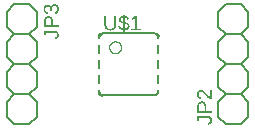
<source format=gbr>
G04 EAGLE Gerber RS-274X export*
G75*
%MOMM*%
%FSLAX34Y34*%
%LPD*%
%INSilkscreen Top*%
%IPPOS*%
%AMOC8*
5,1,8,0,0,1.08239X$1,22.5*%
G01*
G04 Define Apertures*
%ADD10C,0.152400*%
%ADD11C,0.015238*%
%ADD12C,0.050800*%
G36*
X220712Y108878D02*
X208371Y108878D01*
X208371Y114072D01*
X208386Y114576D01*
X208432Y115051D01*
X208508Y115497D01*
X208614Y115913D01*
X208751Y116301D01*
X208918Y116659D01*
X209116Y116987D01*
X209343Y117286D01*
X209599Y117553D01*
X209879Y117785D01*
X210185Y117980D01*
X210515Y118140D01*
X210870Y118265D01*
X211250Y118354D01*
X211655Y118407D01*
X212085Y118425D01*
X212512Y118407D01*
X212916Y118354D01*
X213298Y118264D01*
X213657Y118139D01*
X213994Y117979D01*
X214308Y117782D01*
X214600Y117550D01*
X214870Y117282D01*
X215112Y116983D01*
X215322Y116659D01*
X215500Y116310D01*
X215645Y115934D01*
X215758Y115533D01*
X215839Y115107D01*
X215887Y114655D01*
X215904Y114177D01*
X215904Y110551D01*
X220712Y110551D01*
X220712Y108878D01*
G37*
%LPC*%
G36*
X214581Y110551D02*
X214581Y113941D01*
X214571Y114280D01*
X214542Y114598D01*
X214494Y114893D01*
X214426Y115167D01*
X214339Y115419D01*
X214232Y115649D01*
X214107Y115857D01*
X213961Y116043D01*
X213797Y116207D01*
X213613Y116349D01*
X213409Y116470D01*
X213187Y116568D01*
X212945Y116645D01*
X212683Y116700D01*
X212403Y116732D01*
X212102Y116743D01*
X211813Y116732D01*
X211542Y116698D01*
X211290Y116642D01*
X211056Y116564D01*
X210841Y116463D01*
X210645Y116339D01*
X210468Y116193D01*
X210309Y116025D01*
X210169Y115834D01*
X210048Y115621D01*
X209945Y115386D01*
X209861Y115127D01*
X209795Y114847D01*
X209749Y114544D01*
X209721Y114218D01*
X209711Y113871D01*
X209711Y110551D01*
X214581Y110551D01*
G37*
%LPD*%
G36*
X220712Y120246D02*
X219600Y120246D01*
X219102Y120482D01*
X218635Y120742D01*
X218198Y121027D01*
X217791Y121337D01*
X217408Y121663D01*
X217044Y121997D01*
X216699Y122339D01*
X216372Y122690D01*
X215760Y123396D01*
X215194Y124096D01*
X214651Y124758D01*
X214108Y125353D01*
X213833Y125619D01*
X213552Y125860D01*
X213264Y126073D01*
X212969Y126259D01*
X212662Y126410D01*
X212334Y126519D01*
X211987Y126583D01*
X211621Y126605D01*
X211374Y126596D01*
X211141Y126568D01*
X210923Y126521D01*
X210719Y126456D01*
X210529Y126372D01*
X210353Y126270D01*
X210191Y126149D01*
X210044Y126010D01*
X209913Y125853D01*
X209799Y125683D01*
X209703Y125498D01*
X209624Y125298D01*
X209562Y125084D01*
X209519Y124855D01*
X209492Y124612D01*
X209484Y124354D01*
X209492Y124108D01*
X209518Y123873D01*
X209561Y123649D01*
X209620Y123436D01*
X209697Y123234D01*
X209791Y123043D01*
X209903Y122863D01*
X210031Y122694D01*
X210175Y122540D01*
X210332Y122402D01*
X210504Y122281D01*
X210689Y122177D01*
X210888Y122089D01*
X211101Y122019D01*
X211328Y121965D01*
X211568Y121928D01*
X211419Y120316D01*
X211059Y120374D01*
X210717Y120461D01*
X210394Y120575D01*
X210090Y120718D01*
X209805Y120890D01*
X209539Y121089D01*
X209292Y121317D01*
X209063Y121573D01*
X208858Y121853D01*
X208680Y122153D01*
X208529Y122471D01*
X208406Y122809D01*
X208310Y123167D01*
X208242Y123543D01*
X208201Y123939D01*
X208187Y124354D01*
X208201Y124807D01*
X208242Y125233D01*
X208311Y125632D01*
X208407Y126004D01*
X208531Y126349D01*
X208682Y126667D01*
X208861Y126958D01*
X209068Y127223D01*
X209299Y127458D01*
X209554Y127661D01*
X209832Y127834D01*
X210133Y127975D01*
X210457Y128084D01*
X210804Y128163D01*
X211175Y128210D01*
X211568Y128225D01*
X211927Y128205D01*
X212284Y128143D01*
X212640Y128041D01*
X212996Y127897D01*
X213350Y127713D01*
X213705Y127489D01*
X214060Y127224D01*
X214415Y126920D01*
X214818Y126522D01*
X215319Y125977D01*
X215917Y125283D01*
X216613Y124442D01*
X217015Y123964D01*
X217396Y123537D01*
X217757Y123162D01*
X218098Y122839D01*
X218425Y122562D01*
X218747Y122327D01*
X219062Y122133D01*
X219372Y121981D01*
X219372Y128418D01*
X220712Y128418D01*
X220712Y120246D01*
G37*
G36*
X217647Y98718D02*
X217375Y100356D01*
X217622Y100402D01*
X217855Y100460D01*
X218074Y100530D01*
X218279Y100612D01*
X218471Y100707D01*
X218648Y100814D01*
X218811Y100934D01*
X218960Y101066D01*
X219094Y101208D01*
X219209Y101359D01*
X219307Y101519D01*
X219387Y101687D01*
X219450Y101865D01*
X219494Y102051D01*
X219521Y102246D01*
X219530Y102449D01*
X219520Y102671D01*
X219490Y102881D01*
X219442Y103078D01*
X219373Y103264D01*
X219285Y103437D01*
X219177Y103599D01*
X219050Y103748D01*
X218903Y103886D01*
X218738Y104009D01*
X218554Y104116D01*
X218352Y104206D01*
X218132Y104280D01*
X217893Y104337D01*
X217636Y104378D01*
X217362Y104403D01*
X217068Y104411D01*
X209738Y104411D01*
X209738Y102038D01*
X208371Y102038D01*
X208371Y106075D01*
X217033Y106075D01*
X217470Y106060D01*
X217883Y106015D01*
X218272Y105939D01*
X218637Y105832D01*
X218978Y105696D01*
X219296Y105529D01*
X219589Y105331D01*
X219858Y105103D01*
X220099Y104849D01*
X220308Y104572D01*
X220485Y104273D01*
X220630Y103952D01*
X220742Y103607D01*
X220823Y103241D01*
X220871Y102852D01*
X220887Y102441D01*
X220875Y102059D01*
X220837Y101697D01*
X220773Y101354D01*
X220685Y101032D01*
X220571Y100730D01*
X220431Y100447D01*
X220267Y100185D01*
X220077Y99942D01*
X219862Y99720D01*
X219621Y99517D01*
X219355Y99334D01*
X219064Y99171D01*
X218748Y99028D01*
X218406Y98905D01*
X218039Y98802D01*
X217647Y98718D01*
G37*
G36*
X90988Y181094D02*
X78647Y181094D01*
X78647Y186288D01*
X78662Y186792D01*
X78708Y187267D01*
X78784Y187713D01*
X78890Y188129D01*
X79027Y188516D01*
X79194Y188874D01*
X79392Y189203D01*
X79619Y189502D01*
X79875Y189769D01*
X80155Y190000D01*
X80461Y190196D01*
X80791Y190356D01*
X81146Y190481D01*
X81526Y190570D01*
X81931Y190623D01*
X82361Y190641D01*
X82788Y190623D01*
X83192Y190569D01*
X83574Y190480D01*
X83933Y190355D01*
X84270Y190194D01*
X84584Y189998D01*
X84876Y189766D01*
X85146Y189498D01*
X85388Y189199D01*
X85598Y188875D01*
X85776Y188525D01*
X85921Y188150D01*
X86034Y187749D01*
X86115Y187323D01*
X86163Y186871D01*
X86180Y186393D01*
X86180Y182767D01*
X90988Y182767D01*
X90988Y181094D01*
G37*
%LPC*%
G36*
X84857Y182767D02*
X84857Y186156D01*
X84847Y186496D01*
X84818Y186813D01*
X84770Y187109D01*
X84702Y187383D01*
X84615Y187634D01*
X84508Y187864D01*
X84383Y188072D01*
X84237Y188258D01*
X84073Y188423D01*
X83889Y188565D01*
X83685Y188685D01*
X83463Y188784D01*
X83221Y188861D01*
X82959Y188915D01*
X82679Y188948D01*
X82378Y188959D01*
X82089Y188948D01*
X81818Y188914D01*
X81566Y188858D01*
X81332Y188780D01*
X81117Y188679D01*
X80921Y188555D01*
X80744Y188409D01*
X80585Y188241D01*
X80445Y188050D01*
X80324Y187837D01*
X80221Y187601D01*
X80137Y187343D01*
X80071Y187063D01*
X80025Y186760D01*
X79997Y186434D01*
X79987Y186086D01*
X79987Y182767D01*
X84857Y182767D01*
G37*
%LPD*%
G36*
X87817Y192243D02*
X87669Y193872D01*
X87934Y193920D01*
X88182Y193983D01*
X88413Y194063D01*
X88627Y194159D01*
X88823Y194270D01*
X89003Y194398D01*
X89165Y194542D01*
X89311Y194702D01*
X89439Y194878D01*
X89550Y195070D01*
X89644Y195279D01*
X89721Y195503D01*
X89781Y195743D01*
X89824Y196000D01*
X89850Y196273D01*
X89858Y196561D01*
X89849Y196851D01*
X89822Y197125D01*
X89776Y197383D01*
X89711Y197624D01*
X89629Y197850D01*
X89528Y198060D01*
X89409Y198253D01*
X89271Y198431D01*
X89116Y198590D01*
X88942Y198728D01*
X88751Y198845D01*
X88542Y198940D01*
X88315Y199014D01*
X88071Y199068D01*
X87809Y199099D01*
X87528Y199110D01*
X87284Y199098D01*
X87052Y199061D01*
X86835Y199001D01*
X86632Y198916D01*
X86442Y198807D01*
X86266Y198674D01*
X86104Y198516D01*
X85956Y198335D01*
X85824Y198130D01*
X85709Y197904D01*
X85612Y197657D01*
X85533Y197388D01*
X85471Y197097D01*
X85427Y196785D01*
X85400Y196452D01*
X85391Y196097D01*
X85391Y195204D01*
X84025Y195204D01*
X84025Y196062D01*
X84016Y196377D01*
X83990Y196674D01*
X83946Y196952D01*
X83884Y197213D01*
X83804Y197455D01*
X83707Y197679D01*
X83592Y197884D01*
X83460Y198072D01*
X83312Y198239D01*
X83151Y198384D01*
X82975Y198507D01*
X82787Y198607D01*
X82585Y198685D01*
X82369Y198741D01*
X82140Y198775D01*
X81897Y198786D01*
X81656Y198777D01*
X81428Y198749D01*
X81213Y198704D01*
X81011Y198640D01*
X80822Y198558D01*
X80646Y198458D01*
X80483Y198340D01*
X80333Y198203D01*
X80199Y198049D01*
X80082Y197877D01*
X79984Y197687D01*
X79903Y197480D01*
X79840Y197255D01*
X79795Y197012D01*
X79769Y196752D01*
X79760Y196474D01*
X79768Y196219D01*
X79793Y195977D01*
X79835Y195748D01*
X79893Y195531D01*
X79968Y195326D01*
X80060Y195134D01*
X80169Y194955D01*
X80294Y194788D01*
X80434Y194635D01*
X80588Y194499D01*
X80756Y194381D01*
X80938Y194278D01*
X81133Y194193D01*
X81342Y194125D01*
X81564Y194073D01*
X81800Y194039D01*
X81678Y192453D01*
X81309Y192511D01*
X80962Y192598D01*
X80635Y192712D01*
X80329Y192855D01*
X80044Y193027D01*
X79779Y193226D01*
X79536Y193454D01*
X79313Y193710D01*
X79114Y193990D01*
X78941Y194290D01*
X78795Y194608D01*
X78676Y194946D01*
X78583Y195304D01*
X78516Y195680D01*
X78477Y196076D01*
X78463Y196491D01*
X78477Y196942D01*
X78517Y197368D01*
X78585Y197767D01*
X78679Y198141D01*
X78800Y198489D01*
X78949Y198811D01*
X79124Y199107D01*
X79326Y199377D01*
X79552Y199618D01*
X79800Y199827D01*
X80069Y200004D01*
X80358Y200149D01*
X80670Y200261D01*
X81002Y200342D01*
X81355Y200390D01*
X81730Y200406D01*
X82019Y200396D01*
X82294Y200365D01*
X82555Y200313D01*
X82802Y200241D01*
X83035Y200148D01*
X83255Y200034D01*
X83461Y199900D01*
X83653Y199745D01*
X83830Y199570D01*
X83993Y199377D01*
X84141Y199165D01*
X84274Y198934D01*
X84391Y198684D01*
X84494Y198416D01*
X84582Y198128D01*
X84656Y197822D01*
X84691Y197822D01*
X84738Y198159D01*
X84804Y198476D01*
X84891Y198774D01*
X84997Y199053D01*
X85123Y199313D01*
X85269Y199553D01*
X85434Y199775D01*
X85619Y199977D01*
X85820Y200158D01*
X86034Y200314D01*
X86260Y200447D01*
X86499Y200555D01*
X86751Y200639D01*
X87015Y200700D01*
X87292Y200736D01*
X87581Y200748D01*
X87996Y200731D01*
X88387Y200680D01*
X88754Y200595D01*
X89096Y200476D01*
X89415Y200324D01*
X89709Y200137D01*
X89980Y199916D01*
X90226Y199662D01*
X90446Y199376D01*
X90636Y199061D01*
X90797Y198717D01*
X90929Y198344D01*
X91031Y197941D01*
X91105Y197510D01*
X91149Y197050D01*
X91163Y196561D01*
X91150Y196104D01*
X91110Y195671D01*
X91044Y195262D01*
X90952Y194876D01*
X90833Y194514D01*
X90688Y194176D01*
X90516Y193861D01*
X90318Y193570D01*
X90094Y193305D01*
X89845Y193068D01*
X89570Y192860D01*
X89270Y192680D01*
X88945Y192528D01*
X88594Y192405D01*
X88219Y192310D01*
X87817Y192243D01*
G37*
G36*
X87923Y170934D02*
X87651Y172572D01*
X87898Y172618D01*
X88131Y172675D01*
X88350Y172746D01*
X88555Y172828D01*
X88747Y172923D01*
X88924Y173030D01*
X89087Y173150D01*
X89236Y173281D01*
X89370Y173424D01*
X89485Y173575D01*
X89583Y173735D01*
X89663Y173903D01*
X89726Y174081D01*
X89770Y174267D01*
X89797Y174462D01*
X89806Y174665D01*
X89796Y174887D01*
X89766Y175097D01*
X89718Y175294D01*
X89649Y175480D01*
X89561Y175653D01*
X89453Y175815D01*
X89326Y175964D01*
X89179Y176102D01*
X89014Y176225D01*
X88830Y176332D01*
X88628Y176422D01*
X88408Y176496D01*
X88169Y176553D01*
X87912Y176594D01*
X87638Y176619D01*
X87344Y176627D01*
X80014Y176627D01*
X80014Y174254D01*
X78647Y174254D01*
X78647Y178291D01*
X87309Y178291D01*
X87746Y178276D01*
X88159Y178231D01*
X88548Y178155D01*
X88913Y178048D01*
X89254Y177911D01*
X89572Y177744D01*
X89865Y177547D01*
X90134Y177319D01*
X90375Y177065D01*
X90584Y176788D01*
X90761Y176489D01*
X90906Y176167D01*
X91018Y175823D01*
X91099Y175457D01*
X91147Y175068D01*
X91163Y174656D01*
X91151Y174274D01*
X91113Y173912D01*
X91049Y173570D01*
X90961Y173248D01*
X90847Y172946D01*
X90707Y172663D01*
X90543Y172401D01*
X90353Y172158D01*
X90138Y171935D01*
X89897Y171733D01*
X89631Y171550D01*
X89340Y171387D01*
X89024Y171244D01*
X88682Y171121D01*
X88315Y171017D01*
X87923Y170934D01*
G37*
G36*
X146970Y177331D02*
X145884Y177331D01*
X145884Y178750D01*
X145430Y178781D01*
X145000Y178834D01*
X144595Y178909D01*
X144214Y179006D01*
X143857Y179125D01*
X143525Y179266D01*
X143216Y179430D01*
X142933Y179615D01*
X142673Y179823D01*
X142438Y180052D01*
X142228Y180304D01*
X142042Y180578D01*
X141880Y180874D01*
X141742Y181192D01*
X141629Y181532D01*
X141540Y181894D01*
X143029Y182219D01*
X143091Y181966D01*
X143168Y181730D01*
X143260Y181510D01*
X143367Y181305D01*
X143489Y181118D01*
X143626Y180946D01*
X143778Y180790D01*
X143944Y180651D01*
X144127Y180526D01*
X144327Y180416D01*
X144544Y180319D01*
X144778Y180237D01*
X145029Y180168D01*
X145297Y180114D01*
X145549Y180078D01*
X145582Y180073D01*
X145884Y180046D01*
X145884Y184391D01*
X145169Y184578D01*
X144574Y184756D01*
X144345Y184837D01*
X144099Y184924D01*
X143743Y185083D01*
X143462Y185242D01*
X143209Y185412D01*
X142984Y185594D01*
X142788Y185788D01*
X142619Y185990D01*
X142475Y186200D01*
X142356Y186417D01*
X142263Y186642D01*
X142192Y186881D01*
X142141Y187143D01*
X142111Y187428D01*
X142101Y187736D01*
X142116Y188067D01*
X142162Y188378D01*
X142239Y188671D01*
X142347Y188946D01*
X142486Y189202D01*
X142655Y189440D01*
X142855Y189660D01*
X143086Y189860D01*
X143345Y190041D01*
X143630Y190201D01*
X143941Y190338D01*
X144278Y190455D01*
X144641Y190550D01*
X145030Y190623D01*
X145444Y190675D01*
X145884Y190706D01*
X145884Y191853D01*
X146970Y191853D01*
X146970Y190706D01*
X147368Y190677D01*
X147743Y190630D01*
X148094Y190565D01*
X148422Y190481D01*
X148727Y190380D01*
X149008Y190260D01*
X149267Y190122D01*
X149502Y189965D01*
X149717Y189789D01*
X149916Y189589D01*
X150098Y189365D01*
X150264Y189119D01*
X150413Y188850D01*
X150546Y188557D01*
X150663Y188242D01*
X150763Y187903D01*
X149239Y187614D01*
X149129Y188003D01*
X148974Y188346D01*
X148774Y188644D01*
X148530Y188897D01*
X148388Y189006D01*
X148232Y189104D01*
X148060Y189191D01*
X147873Y189266D01*
X147670Y189330D01*
X147452Y189382D01*
X147219Y189423D01*
X146970Y189453D01*
X146970Y185556D01*
X147698Y185375D01*
X148312Y185203D01*
X148812Y185038D01*
X149200Y184881D01*
X149513Y184723D01*
X149792Y184555D01*
X150036Y184377D01*
X150246Y184189D01*
X150427Y183988D01*
X150586Y183769D01*
X150721Y183532D01*
X150833Y183278D01*
X150921Y183004D01*
X150984Y182707D01*
X151022Y182387D01*
X151034Y182043D01*
X151018Y181691D01*
X150968Y181356D01*
X150885Y181040D01*
X150770Y180741D01*
X150620Y180459D01*
X150438Y180196D01*
X150223Y179950D01*
X149975Y179722D01*
X149696Y179516D01*
X149389Y179333D01*
X149055Y179175D01*
X148694Y179041D01*
X148304Y178932D01*
X147887Y178847D01*
X147443Y178786D01*
X146970Y178750D01*
X146970Y177331D01*
G37*
%LPC*%
G36*
X146970Y180038D02*
X147270Y180064D01*
X147360Y180077D01*
X147552Y180104D01*
X147816Y180157D01*
X148062Y180224D01*
X148290Y180304D01*
X148500Y180397D01*
X148692Y180504D01*
X148867Y180624D01*
X149022Y180758D01*
X149156Y180903D01*
X149270Y181060D01*
X149363Y181229D01*
X149435Y181410D01*
X149487Y181603D01*
X149518Y181809D01*
X149528Y182026D01*
X149514Y182298D01*
X149471Y182545D01*
X149400Y182767D01*
X149300Y182963D01*
X149174Y183139D01*
X149022Y183299D01*
X148845Y183443D01*
X148643Y183572D01*
X148378Y183697D01*
X148011Y183833D01*
X147541Y183980D01*
X146970Y184137D01*
X146970Y180038D01*
G37*
G36*
X145884Y185783D02*
X145884Y189471D01*
X145609Y189450D01*
X145351Y189417D01*
X145111Y189373D01*
X144888Y189317D01*
X144684Y189250D01*
X144497Y189172D01*
X144328Y189082D01*
X144177Y188980D01*
X144043Y188867D01*
X143927Y188743D01*
X143830Y188607D01*
X143750Y188459D01*
X143687Y188300D01*
X143643Y188129D01*
X143616Y187947D01*
X143607Y187754D01*
X143621Y187505D01*
X143662Y187277D01*
X143730Y187068D01*
X143826Y186878D01*
X143830Y186873D01*
X143949Y186706D01*
X144099Y186547D01*
X144275Y186403D01*
X144479Y186274D01*
X144729Y186151D01*
X145047Y186029D01*
X145432Y185906D01*
X145884Y185783D01*
G37*
%LPD*%
G36*
X134812Y178400D02*
X134440Y178408D01*
X134079Y178434D01*
X133730Y178477D01*
X133394Y178538D01*
X133069Y178615D01*
X132756Y178710D01*
X132456Y178822D01*
X132167Y178952D01*
X131893Y179097D01*
X131634Y179259D01*
X131391Y179436D01*
X131165Y179628D01*
X130954Y179836D01*
X130758Y180060D01*
X130579Y180299D01*
X130416Y180554D01*
X130270Y180823D01*
X130144Y181105D01*
X130037Y181399D01*
X129949Y181706D01*
X129881Y182026D01*
X129833Y182358D01*
X129804Y182702D01*
X129794Y183059D01*
X129794Y190916D01*
X131467Y190916D01*
X131467Y183200D01*
X131480Y182790D01*
X131520Y182405D01*
X131587Y182046D01*
X131681Y181713D01*
X131802Y181405D01*
X131950Y181122D01*
X132124Y180865D01*
X132325Y180633D01*
X132552Y180428D01*
X132802Y180250D01*
X133076Y180100D01*
X133374Y179976D01*
X133696Y179881D01*
X134041Y179812D01*
X134411Y179771D01*
X134804Y179757D01*
X135208Y179772D01*
X135590Y179814D01*
X135948Y179885D01*
X136283Y179984D01*
X136595Y180112D01*
X136884Y180267D01*
X137149Y180451D01*
X137392Y180664D01*
X137608Y180904D01*
X137796Y181169D01*
X137955Y181461D01*
X138085Y181780D01*
X138186Y182124D01*
X138258Y182494D01*
X138301Y182891D01*
X138316Y183313D01*
X138316Y190916D01*
X139980Y190916D01*
X139980Y183217D01*
X139970Y182849D01*
X139940Y182494D01*
X139891Y182152D01*
X139821Y181822D01*
X139732Y181506D01*
X139623Y181202D01*
X139494Y180911D01*
X139345Y180633D01*
X139178Y180370D01*
X138995Y180122D01*
X138795Y179891D01*
X138579Y179675D01*
X138346Y179476D01*
X138097Y179292D01*
X137831Y179125D01*
X137550Y178974D01*
X137253Y178839D01*
X136943Y178723D01*
X136621Y178624D01*
X136285Y178543D01*
X135936Y178481D01*
X135575Y178436D01*
X135200Y178409D01*
X134812Y178400D01*
G37*
G36*
X160416Y178575D02*
X152683Y178575D01*
X152683Y179915D01*
X155827Y179915D01*
X155827Y189409D01*
X153042Y187421D01*
X153042Y188910D01*
X155958Y190916D01*
X157412Y190916D01*
X157412Y179915D01*
X160416Y179915D01*
X160416Y178575D01*
G37*
D10*
X232650Y150000D02*
X226300Y156350D01*
X226300Y169050D01*
X232650Y175400D01*
X245350Y175400D01*
X251700Y169050D01*
X251700Y156350D01*
X245350Y150000D01*
X226300Y118250D02*
X226300Y105550D01*
X226300Y118250D02*
X232650Y124600D01*
X245350Y124600D01*
X251700Y118250D01*
X232650Y124600D02*
X226300Y130950D01*
X226300Y143650D01*
X232650Y150000D01*
X245350Y150000D01*
X251700Y143650D01*
X251700Y130950D01*
X245350Y124600D01*
X245350Y99200D02*
X232650Y99200D01*
X226300Y105550D01*
X245350Y99200D02*
X251700Y105550D01*
X251700Y118250D01*
X226300Y181750D02*
X226300Y194450D01*
X232650Y200800D01*
X245350Y200800D01*
X251700Y194450D01*
X232650Y175400D02*
X226300Y181750D01*
X245350Y175400D02*
X251700Y181750D01*
X251700Y194450D01*
X72700Y143650D02*
X66350Y150000D01*
X72700Y143650D02*
X72700Y130950D01*
X66350Y124600D01*
X53650Y124600D01*
X47300Y130950D01*
X47300Y143650D01*
X53650Y150000D01*
X72700Y181750D02*
X72700Y194450D01*
X72700Y181750D02*
X66350Y175400D01*
X53650Y175400D01*
X47300Y181750D01*
X66350Y175400D02*
X72700Y169050D01*
X72700Y156350D01*
X66350Y150000D01*
X53650Y150000D01*
X47300Y156350D01*
X47300Y169050D01*
X53650Y175400D01*
X53650Y200800D02*
X66350Y200800D01*
X72700Y194450D01*
X53650Y200800D02*
X47300Y194450D01*
X47300Y181750D01*
X72700Y118250D02*
X72700Y105550D01*
X66350Y99200D01*
X53650Y99200D01*
X47300Y105550D01*
X66350Y124600D02*
X72700Y118250D01*
X53650Y124600D02*
X47300Y118250D01*
X47300Y105550D01*
D11*
X175685Y173575D02*
X174312Y173575D01*
X174312Y173576D02*
X174307Y173660D01*
X174298Y173744D01*
X174284Y173827D01*
X174267Y173910D01*
X174246Y173991D01*
X174222Y174072D01*
X174193Y174151D01*
X174161Y174229D01*
X174125Y174306D01*
X174086Y174380D01*
X174044Y174453D01*
X173998Y174524D01*
X173948Y174592D01*
X173896Y174658D01*
X173841Y174722D01*
X173783Y174783D01*
X173722Y174841D01*
X173658Y174896D01*
X173592Y174948D01*
X173524Y174998D01*
X173453Y175044D01*
X173380Y175086D01*
X173306Y175125D01*
X173229Y175161D01*
X173151Y175193D01*
X173072Y175222D01*
X172991Y175246D01*
X172910Y175267D01*
X172827Y175284D01*
X172744Y175298D01*
X172660Y175307D01*
X172576Y175312D01*
X172575Y176685D01*
X172576Y176685D01*
X172686Y176681D01*
X172796Y176672D01*
X172906Y176660D01*
X173015Y176644D01*
X173123Y176624D01*
X173231Y176601D01*
X173338Y176574D01*
X173444Y176543D01*
X173549Y176508D01*
X173652Y176470D01*
X173754Y176429D01*
X173855Y176384D01*
X173954Y176335D01*
X174051Y176283D01*
X174146Y176228D01*
X174240Y176169D01*
X174331Y176107D01*
X174420Y176042D01*
X174507Y175974D01*
X174592Y175903D01*
X174674Y175829D01*
X174753Y175753D01*
X174829Y175674D01*
X174903Y175592D01*
X174974Y175507D01*
X175042Y175420D01*
X175107Y175331D01*
X175169Y175240D01*
X175228Y175146D01*
X175283Y175051D01*
X175335Y174954D01*
X175384Y174855D01*
X175429Y174754D01*
X175470Y174652D01*
X175508Y174549D01*
X175543Y174444D01*
X175574Y174338D01*
X175601Y174231D01*
X175624Y174123D01*
X175644Y174015D01*
X175660Y173906D01*
X175672Y173796D01*
X175681Y173686D01*
X175685Y173576D01*
X175542Y173576D01*
X175537Y173684D01*
X175529Y173791D01*
X175517Y173898D01*
X175501Y174004D01*
X175481Y174110D01*
X175458Y174215D01*
X175431Y174319D01*
X175400Y174422D01*
X175365Y174524D01*
X175327Y174625D01*
X175286Y174724D01*
X175241Y174822D01*
X175192Y174918D01*
X175141Y175012D01*
X175085Y175105D01*
X175027Y175195D01*
X174966Y175284D01*
X174901Y175370D01*
X174833Y175453D01*
X174763Y175535D01*
X174689Y175613D01*
X174613Y175689D01*
X174535Y175763D01*
X174453Y175833D01*
X174370Y175901D01*
X174284Y175966D01*
X174195Y176027D01*
X174105Y176085D01*
X174012Y176141D01*
X173918Y176192D01*
X173822Y176241D01*
X173724Y176286D01*
X173625Y176327D01*
X173524Y176365D01*
X173422Y176400D01*
X173319Y176431D01*
X173215Y176458D01*
X173110Y176481D01*
X173004Y176501D01*
X172898Y176517D01*
X172791Y176529D01*
X172684Y176537D01*
X172576Y176542D01*
X172576Y176399D01*
X172681Y176394D01*
X172785Y176386D01*
X172889Y176374D01*
X172993Y176358D01*
X173096Y176338D01*
X173198Y176315D01*
X173299Y176288D01*
X173400Y176257D01*
X173499Y176223D01*
X173596Y176185D01*
X173693Y176143D01*
X173788Y176099D01*
X173881Y176050D01*
X173972Y175999D01*
X174061Y175944D01*
X174149Y175886D01*
X174234Y175825D01*
X174317Y175761D01*
X174397Y175693D01*
X174475Y175623D01*
X174551Y175551D01*
X174623Y175475D01*
X174693Y175397D01*
X174761Y175317D01*
X174825Y175234D01*
X174886Y175149D01*
X174944Y175061D01*
X174999Y174972D01*
X175050Y174881D01*
X175099Y174788D01*
X175143Y174693D01*
X175185Y174596D01*
X175223Y174499D01*
X175257Y174400D01*
X175288Y174299D01*
X175315Y174198D01*
X175338Y174096D01*
X175358Y173993D01*
X175374Y173889D01*
X175386Y173785D01*
X175394Y173681D01*
X175399Y173576D01*
X175256Y173576D01*
X175251Y173680D01*
X175242Y173784D01*
X175230Y173888D01*
X175213Y173991D01*
X175192Y174094D01*
X175168Y174195D01*
X175140Y174296D01*
X175108Y174395D01*
X175072Y174493D01*
X175032Y174590D01*
X174989Y174685D01*
X174943Y174779D01*
X174892Y174870D01*
X174839Y174960D01*
X174782Y175047D01*
X174721Y175133D01*
X174658Y175216D01*
X174591Y175296D01*
X174522Y175374D01*
X174449Y175449D01*
X174374Y175522D01*
X174296Y175591D01*
X174216Y175658D01*
X174133Y175721D01*
X174047Y175782D01*
X173960Y175839D01*
X173870Y175892D01*
X173779Y175943D01*
X173685Y175989D01*
X173590Y176032D01*
X173493Y176072D01*
X173395Y176108D01*
X173296Y176140D01*
X173195Y176168D01*
X173094Y176192D01*
X172991Y176213D01*
X172888Y176230D01*
X172784Y176242D01*
X172680Y176251D01*
X172576Y176256D01*
X172576Y176113D01*
X172677Y176108D01*
X172778Y176099D01*
X172879Y176086D01*
X172979Y176070D01*
X173078Y176049D01*
X173177Y176025D01*
X173274Y175997D01*
X173370Y175965D01*
X173465Y175929D01*
X173559Y175890D01*
X173650Y175847D01*
X173741Y175801D01*
X173829Y175751D01*
X173915Y175698D01*
X173999Y175641D01*
X174081Y175582D01*
X174161Y175519D01*
X174238Y175453D01*
X174312Y175384D01*
X174384Y175312D01*
X174453Y175238D01*
X174519Y175161D01*
X174582Y175081D01*
X174641Y174999D01*
X174698Y174915D01*
X174751Y174829D01*
X174801Y174741D01*
X174847Y174650D01*
X174890Y174559D01*
X174929Y174465D01*
X174965Y174370D01*
X174997Y174274D01*
X175025Y174177D01*
X175049Y174078D01*
X175070Y173979D01*
X175086Y173879D01*
X175099Y173778D01*
X175108Y173677D01*
X175113Y173576D01*
X174970Y173576D01*
X174965Y173674D01*
X174956Y173772D01*
X174943Y173869D01*
X174927Y173966D01*
X174906Y174062D01*
X174882Y174157D01*
X174854Y174251D01*
X174822Y174344D01*
X174787Y174435D01*
X174748Y174525D01*
X174706Y174614D01*
X174660Y174701D01*
X174610Y174785D01*
X174558Y174868D01*
X174502Y174949D01*
X174443Y175027D01*
X174380Y175103D01*
X174315Y175177D01*
X174247Y175247D01*
X174177Y175315D01*
X174103Y175380D01*
X174027Y175443D01*
X173949Y175502D01*
X173868Y175558D01*
X173785Y175610D01*
X173701Y175660D01*
X173614Y175706D01*
X173525Y175748D01*
X173435Y175787D01*
X173344Y175822D01*
X173251Y175854D01*
X173157Y175882D01*
X173062Y175906D01*
X172966Y175927D01*
X172869Y175943D01*
X172772Y175956D01*
X172674Y175965D01*
X172576Y175970D01*
X172576Y175827D01*
X172671Y175822D01*
X172765Y175813D01*
X172859Y175800D01*
X172952Y175784D01*
X173045Y175763D01*
X173136Y175739D01*
X173227Y175712D01*
X173316Y175680D01*
X173404Y175645D01*
X173491Y175607D01*
X173575Y175565D01*
X173659Y175519D01*
X173740Y175470D01*
X173819Y175418D01*
X173896Y175363D01*
X173970Y175305D01*
X174043Y175243D01*
X174112Y175179D01*
X174179Y175112D01*
X174243Y175043D01*
X174305Y174970D01*
X174363Y174896D01*
X174418Y174819D01*
X174470Y174740D01*
X174519Y174659D01*
X174565Y174575D01*
X174607Y174491D01*
X174645Y174404D01*
X174680Y174316D01*
X174712Y174227D01*
X174739Y174136D01*
X174763Y174045D01*
X174784Y173952D01*
X174800Y173859D01*
X174813Y173765D01*
X174822Y173671D01*
X174827Y173576D01*
X174684Y173576D01*
X174679Y173667D01*
X174670Y173758D01*
X174657Y173848D01*
X174641Y173937D01*
X174621Y174026D01*
X174597Y174114D01*
X174569Y174201D01*
X174538Y174287D01*
X174504Y174371D01*
X174466Y174454D01*
X174424Y174535D01*
X174379Y174614D01*
X174331Y174692D01*
X174280Y174767D01*
X174226Y174840D01*
X174168Y174911D01*
X174108Y174979D01*
X174045Y175045D01*
X173979Y175108D01*
X173911Y175168D01*
X173840Y175226D01*
X173767Y175280D01*
X173692Y175331D01*
X173614Y175379D01*
X173535Y175424D01*
X173454Y175466D01*
X173371Y175504D01*
X173287Y175538D01*
X173201Y175569D01*
X173114Y175597D01*
X173026Y175621D01*
X172937Y175641D01*
X172848Y175657D01*
X172758Y175670D01*
X172667Y175679D01*
X172576Y175684D01*
X172576Y175541D01*
X172666Y175535D01*
X172755Y175526D01*
X172844Y175513D01*
X172932Y175496D01*
X173020Y175475D01*
X173106Y175450D01*
X173191Y175421D01*
X173275Y175389D01*
X173357Y175353D01*
X173438Y175314D01*
X173517Y175271D01*
X173594Y175224D01*
X173669Y175174D01*
X173741Y175121D01*
X173811Y175065D01*
X173879Y175006D01*
X173944Y174944D01*
X174006Y174879D01*
X174065Y174811D01*
X174121Y174741D01*
X174174Y174669D01*
X174224Y174594D01*
X174271Y174517D01*
X174314Y174438D01*
X174353Y174357D01*
X174389Y174275D01*
X174421Y174191D01*
X174450Y174106D01*
X174475Y174020D01*
X174496Y173932D01*
X174513Y173844D01*
X174526Y173755D01*
X174535Y173666D01*
X174541Y173576D01*
X174397Y173576D01*
X174392Y173662D01*
X174383Y173747D01*
X174370Y173832D01*
X174353Y173916D01*
X174332Y173999D01*
X174308Y174081D01*
X174280Y174162D01*
X174248Y174242D01*
X174213Y174320D01*
X174174Y174397D01*
X174132Y174471D01*
X174086Y174544D01*
X174037Y174615D01*
X173986Y174683D01*
X173931Y174749D01*
X173873Y174812D01*
X173812Y174873D01*
X173749Y174931D01*
X173683Y174986D01*
X173615Y175037D01*
X173544Y175086D01*
X173471Y175132D01*
X173397Y175174D01*
X173320Y175213D01*
X173242Y175248D01*
X173162Y175280D01*
X173081Y175308D01*
X172999Y175332D01*
X172916Y175353D01*
X172832Y175370D01*
X172747Y175383D01*
X172662Y175392D01*
X172576Y175397D01*
D10*
X175000Y126500D02*
X174998Y126402D01*
X174992Y126304D01*
X174983Y126206D01*
X174969Y126109D01*
X174952Y126012D01*
X174931Y125916D01*
X174906Y125821D01*
X174878Y125727D01*
X174845Y125635D01*
X174810Y125543D01*
X174770Y125453D01*
X174728Y125365D01*
X174681Y125278D01*
X174632Y125194D01*
X174579Y125111D01*
X174523Y125031D01*
X174463Y124952D01*
X174401Y124876D01*
X174336Y124803D01*
X174268Y124732D01*
X174197Y124664D01*
X174124Y124599D01*
X174048Y124537D01*
X173969Y124477D01*
X173889Y124421D01*
X173806Y124368D01*
X173722Y124319D01*
X173635Y124272D01*
X173547Y124230D01*
X173457Y124190D01*
X173365Y124155D01*
X173273Y124122D01*
X173179Y124094D01*
X173084Y124069D01*
X172988Y124048D01*
X172891Y124031D01*
X172794Y124017D01*
X172696Y124008D01*
X172598Y124002D01*
X172500Y124000D01*
D11*
X124315Y126425D02*
X125688Y126425D01*
X125688Y126424D02*
X125693Y126340D01*
X125702Y126256D01*
X125716Y126173D01*
X125733Y126090D01*
X125754Y126009D01*
X125778Y125928D01*
X125807Y125849D01*
X125839Y125771D01*
X125875Y125694D01*
X125914Y125620D01*
X125956Y125547D01*
X126002Y125476D01*
X126052Y125408D01*
X126104Y125342D01*
X126159Y125278D01*
X126217Y125217D01*
X126278Y125159D01*
X126342Y125104D01*
X126408Y125052D01*
X126476Y125002D01*
X126547Y124956D01*
X126620Y124914D01*
X126694Y124875D01*
X126771Y124839D01*
X126849Y124807D01*
X126928Y124778D01*
X127009Y124754D01*
X127090Y124733D01*
X127173Y124716D01*
X127256Y124702D01*
X127340Y124693D01*
X127424Y124688D01*
X127425Y123315D01*
X127424Y123315D01*
X127314Y123319D01*
X127204Y123328D01*
X127094Y123340D01*
X126985Y123356D01*
X126877Y123376D01*
X126769Y123399D01*
X126662Y123426D01*
X126556Y123457D01*
X126451Y123492D01*
X126348Y123530D01*
X126246Y123571D01*
X126145Y123616D01*
X126046Y123665D01*
X125949Y123717D01*
X125854Y123772D01*
X125760Y123831D01*
X125669Y123893D01*
X125580Y123958D01*
X125493Y124026D01*
X125408Y124097D01*
X125326Y124171D01*
X125247Y124247D01*
X125171Y124326D01*
X125097Y124408D01*
X125026Y124493D01*
X124958Y124580D01*
X124893Y124669D01*
X124831Y124760D01*
X124772Y124854D01*
X124717Y124949D01*
X124665Y125046D01*
X124616Y125145D01*
X124571Y125246D01*
X124530Y125348D01*
X124492Y125451D01*
X124457Y125556D01*
X124426Y125662D01*
X124399Y125769D01*
X124376Y125877D01*
X124356Y125985D01*
X124340Y126094D01*
X124328Y126204D01*
X124319Y126314D01*
X124315Y126424D01*
X124458Y126424D01*
X124463Y126316D01*
X124471Y126209D01*
X124483Y126102D01*
X124499Y125996D01*
X124519Y125890D01*
X124542Y125785D01*
X124569Y125681D01*
X124600Y125578D01*
X124635Y125476D01*
X124673Y125375D01*
X124714Y125276D01*
X124759Y125178D01*
X124808Y125082D01*
X124859Y124988D01*
X124915Y124895D01*
X124973Y124805D01*
X125034Y124716D01*
X125099Y124630D01*
X125167Y124547D01*
X125237Y124465D01*
X125311Y124387D01*
X125387Y124311D01*
X125465Y124237D01*
X125547Y124167D01*
X125630Y124099D01*
X125716Y124034D01*
X125805Y123973D01*
X125895Y123915D01*
X125988Y123859D01*
X126082Y123808D01*
X126178Y123759D01*
X126276Y123714D01*
X126375Y123673D01*
X126476Y123635D01*
X126578Y123600D01*
X126681Y123569D01*
X126785Y123542D01*
X126890Y123519D01*
X126996Y123499D01*
X127102Y123483D01*
X127209Y123471D01*
X127316Y123463D01*
X127424Y123458D01*
X127424Y123601D01*
X127319Y123606D01*
X127215Y123614D01*
X127111Y123626D01*
X127007Y123642D01*
X126904Y123662D01*
X126802Y123685D01*
X126701Y123712D01*
X126600Y123743D01*
X126501Y123777D01*
X126404Y123815D01*
X126307Y123857D01*
X126212Y123901D01*
X126119Y123950D01*
X126028Y124001D01*
X125939Y124056D01*
X125851Y124114D01*
X125766Y124175D01*
X125683Y124239D01*
X125603Y124307D01*
X125525Y124377D01*
X125449Y124449D01*
X125377Y124525D01*
X125307Y124603D01*
X125239Y124683D01*
X125175Y124766D01*
X125114Y124851D01*
X125056Y124939D01*
X125001Y125028D01*
X124950Y125119D01*
X124901Y125212D01*
X124857Y125307D01*
X124815Y125404D01*
X124777Y125501D01*
X124743Y125600D01*
X124712Y125701D01*
X124685Y125802D01*
X124662Y125904D01*
X124642Y126007D01*
X124626Y126111D01*
X124614Y126215D01*
X124606Y126319D01*
X124601Y126424D01*
X124744Y126424D01*
X124749Y126320D01*
X124758Y126216D01*
X124770Y126112D01*
X124787Y126009D01*
X124808Y125906D01*
X124832Y125805D01*
X124860Y125704D01*
X124892Y125605D01*
X124928Y125507D01*
X124968Y125410D01*
X125011Y125315D01*
X125057Y125221D01*
X125108Y125130D01*
X125161Y125040D01*
X125218Y124953D01*
X125279Y124867D01*
X125342Y124784D01*
X125409Y124704D01*
X125478Y124626D01*
X125551Y124551D01*
X125626Y124478D01*
X125704Y124409D01*
X125784Y124342D01*
X125867Y124279D01*
X125953Y124218D01*
X126040Y124161D01*
X126130Y124108D01*
X126221Y124057D01*
X126315Y124011D01*
X126410Y123968D01*
X126507Y123928D01*
X126605Y123892D01*
X126704Y123860D01*
X126805Y123832D01*
X126906Y123808D01*
X127009Y123787D01*
X127112Y123770D01*
X127216Y123758D01*
X127320Y123749D01*
X127424Y123744D01*
X127424Y123887D01*
X127323Y123892D01*
X127222Y123901D01*
X127121Y123914D01*
X127021Y123930D01*
X126922Y123951D01*
X126823Y123975D01*
X126726Y124003D01*
X126630Y124035D01*
X126535Y124071D01*
X126441Y124110D01*
X126350Y124153D01*
X126259Y124199D01*
X126171Y124249D01*
X126085Y124302D01*
X126001Y124359D01*
X125919Y124418D01*
X125839Y124481D01*
X125762Y124547D01*
X125688Y124616D01*
X125616Y124688D01*
X125547Y124762D01*
X125481Y124839D01*
X125418Y124919D01*
X125359Y125001D01*
X125302Y125085D01*
X125249Y125171D01*
X125199Y125259D01*
X125153Y125350D01*
X125110Y125441D01*
X125071Y125535D01*
X125035Y125630D01*
X125003Y125726D01*
X124975Y125823D01*
X124951Y125922D01*
X124930Y126021D01*
X124914Y126121D01*
X124901Y126222D01*
X124892Y126323D01*
X124887Y126424D01*
X125030Y126424D01*
X125035Y126326D01*
X125044Y126228D01*
X125057Y126131D01*
X125073Y126034D01*
X125094Y125938D01*
X125118Y125843D01*
X125146Y125749D01*
X125178Y125656D01*
X125213Y125565D01*
X125252Y125475D01*
X125294Y125386D01*
X125340Y125299D01*
X125390Y125215D01*
X125442Y125132D01*
X125498Y125051D01*
X125557Y124973D01*
X125620Y124897D01*
X125685Y124823D01*
X125753Y124753D01*
X125823Y124685D01*
X125897Y124620D01*
X125973Y124557D01*
X126051Y124498D01*
X126132Y124442D01*
X126215Y124390D01*
X126299Y124340D01*
X126386Y124294D01*
X126475Y124252D01*
X126565Y124213D01*
X126656Y124178D01*
X126749Y124146D01*
X126843Y124118D01*
X126938Y124094D01*
X127034Y124073D01*
X127131Y124057D01*
X127228Y124044D01*
X127326Y124035D01*
X127424Y124030D01*
X127424Y124173D01*
X127329Y124178D01*
X127235Y124187D01*
X127141Y124200D01*
X127048Y124216D01*
X126955Y124237D01*
X126864Y124261D01*
X126773Y124288D01*
X126684Y124320D01*
X126596Y124355D01*
X126509Y124393D01*
X126425Y124435D01*
X126341Y124481D01*
X126260Y124530D01*
X126181Y124582D01*
X126104Y124637D01*
X126030Y124695D01*
X125957Y124757D01*
X125888Y124821D01*
X125821Y124888D01*
X125757Y124957D01*
X125695Y125030D01*
X125637Y125104D01*
X125582Y125181D01*
X125530Y125260D01*
X125481Y125341D01*
X125435Y125425D01*
X125393Y125509D01*
X125355Y125596D01*
X125320Y125684D01*
X125288Y125773D01*
X125261Y125864D01*
X125237Y125955D01*
X125216Y126048D01*
X125200Y126141D01*
X125187Y126235D01*
X125178Y126329D01*
X125173Y126424D01*
X125316Y126424D01*
X125321Y126333D01*
X125330Y126242D01*
X125343Y126152D01*
X125359Y126063D01*
X125379Y125974D01*
X125403Y125886D01*
X125431Y125799D01*
X125462Y125713D01*
X125496Y125629D01*
X125534Y125546D01*
X125576Y125465D01*
X125621Y125386D01*
X125669Y125308D01*
X125720Y125233D01*
X125774Y125160D01*
X125832Y125089D01*
X125892Y125021D01*
X125955Y124955D01*
X126021Y124892D01*
X126089Y124832D01*
X126160Y124774D01*
X126233Y124720D01*
X126308Y124669D01*
X126386Y124621D01*
X126465Y124576D01*
X126546Y124534D01*
X126629Y124496D01*
X126713Y124462D01*
X126799Y124431D01*
X126886Y124403D01*
X126974Y124379D01*
X127063Y124359D01*
X127152Y124343D01*
X127242Y124330D01*
X127333Y124321D01*
X127424Y124316D01*
X127424Y124459D01*
X127334Y124465D01*
X127245Y124474D01*
X127156Y124487D01*
X127068Y124504D01*
X126980Y124525D01*
X126894Y124550D01*
X126809Y124579D01*
X126725Y124611D01*
X126643Y124647D01*
X126562Y124686D01*
X126483Y124729D01*
X126406Y124776D01*
X126331Y124826D01*
X126259Y124879D01*
X126189Y124935D01*
X126121Y124994D01*
X126056Y125056D01*
X125994Y125121D01*
X125935Y125189D01*
X125879Y125259D01*
X125826Y125331D01*
X125776Y125406D01*
X125729Y125483D01*
X125686Y125562D01*
X125647Y125643D01*
X125611Y125725D01*
X125579Y125809D01*
X125550Y125894D01*
X125525Y125980D01*
X125504Y126068D01*
X125487Y126156D01*
X125474Y126245D01*
X125465Y126334D01*
X125459Y126424D01*
X125603Y126424D01*
X125608Y126338D01*
X125617Y126253D01*
X125630Y126168D01*
X125647Y126084D01*
X125668Y126001D01*
X125692Y125919D01*
X125720Y125838D01*
X125752Y125758D01*
X125787Y125680D01*
X125826Y125603D01*
X125868Y125529D01*
X125914Y125456D01*
X125963Y125385D01*
X126014Y125317D01*
X126069Y125251D01*
X126127Y125188D01*
X126188Y125127D01*
X126251Y125069D01*
X126317Y125014D01*
X126385Y124963D01*
X126456Y124914D01*
X126529Y124868D01*
X126603Y124826D01*
X126680Y124787D01*
X126758Y124752D01*
X126838Y124720D01*
X126919Y124692D01*
X127001Y124668D01*
X127084Y124647D01*
X127168Y124630D01*
X127253Y124617D01*
X127338Y124608D01*
X127424Y124603D01*
X127425Y176685D02*
X127425Y175312D01*
X127424Y175312D02*
X127340Y175307D01*
X127256Y175298D01*
X127173Y175284D01*
X127090Y175267D01*
X127009Y175246D01*
X126928Y175222D01*
X126849Y175193D01*
X126771Y175161D01*
X126694Y175125D01*
X126620Y175086D01*
X126547Y175044D01*
X126476Y174998D01*
X126408Y174948D01*
X126342Y174896D01*
X126278Y174841D01*
X126217Y174783D01*
X126159Y174722D01*
X126104Y174658D01*
X126052Y174592D01*
X126002Y174524D01*
X125956Y174453D01*
X125914Y174380D01*
X125875Y174306D01*
X125839Y174229D01*
X125807Y174151D01*
X125778Y174072D01*
X125754Y173991D01*
X125733Y173910D01*
X125716Y173827D01*
X125702Y173744D01*
X125693Y173660D01*
X125688Y173576D01*
X124315Y173575D01*
X124315Y173576D01*
X124319Y173686D01*
X124328Y173796D01*
X124340Y173906D01*
X124356Y174015D01*
X124376Y174123D01*
X124399Y174231D01*
X124426Y174338D01*
X124457Y174444D01*
X124492Y174549D01*
X124530Y174652D01*
X124571Y174754D01*
X124616Y174855D01*
X124665Y174954D01*
X124717Y175051D01*
X124772Y175146D01*
X124831Y175240D01*
X124893Y175331D01*
X124958Y175420D01*
X125026Y175507D01*
X125097Y175592D01*
X125171Y175674D01*
X125247Y175753D01*
X125326Y175829D01*
X125408Y175903D01*
X125493Y175974D01*
X125580Y176042D01*
X125669Y176107D01*
X125760Y176169D01*
X125854Y176228D01*
X125949Y176283D01*
X126046Y176335D01*
X126145Y176384D01*
X126246Y176429D01*
X126348Y176470D01*
X126451Y176508D01*
X126556Y176543D01*
X126662Y176574D01*
X126769Y176601D01*
X126877Y176624D01*
X126985Y176644D01*
X127094Y176660D01*
X127204Y176672D01*
X127314Y176681D01*
X127424Y176685D01*
X127424Y176542D01*
X127316Y176537D01*
X127209Y176529D01*
X127102Y176517D01*
X126996Y176501D01*
X126890Y176481D01*
X126785Y176458D01*
X126681Y176431D01*
X126578Y176400D01*
X126476Y176365D01*
X126375Y176327D01*
X126276Y176286D01*
X126178Y176241D01*
X126082Y176192D01*
X125988Y176141D01*
X125895Y176085D01*
X125805Y176027D01*
X125716Y175966D01*
X125630Y175901D01*
X125547Y175833D01*
X125465Y175763D01*
X125387Y175689D01*
X125311Y175613D01*
X125237Y175535D01*
X125167Y175453D01*
X125099Y175370D01*
X125034Y175284D01*
X124973Y175195D01*
X124915Y175105D01*
X124859Y175012D01*
X124808Y174918D01*
X124759Y174822D01*
X124714Y174724D01*
X124673Y174625D01*
X124635Y174524D01*
X124600Y174422D01*
X124569Y174319D01*
X124542Y174215D01*
X124519Y174110D01*
X124499Y174004D01*
X124483Y173898D01*
X124471Y173791D01*
X124463Y173684D01*
X124458Y173576D01*
X124601Y173576D01*
X124606Y173681D01*
X124614Y173785D01*
X124626Y173889D01*
X124642Y173993D01*
X124662Y174096D01*
X124685Y174198D01*
X124712Y174299D01*
X124743Y174400D01*
X124777Y174499D01*
X124815Y174596D01*
X124857Y174693D01*
X124901Y174788D01*
X124950Y174881D01*
X125001Y174972D01*
X125056Y175061D01*
X125114Y175149D01*
X125175Y175234D01*
X125239Y175317D01*
X125307Y175397D01*
X125377Y175475D01*
X125449Y175551D01*
X125525Y175623D01*
X125603Y175693D01*
X125683Y175761D01*
X125766Y175825D01*
X125851Y175886D01*
X125939Y175944D01*
X126028Y175999D01*
X126119Y176050D01*
X126212Y176099D01*
X126307Y176143D01*
X126404Y176185D01*
X126501Y176223D01*
X126600Y176257D01*
X126701Y176288D01*
X126802Y176315D01*
X126904Y176338D01*
X127007Y176358D01*
X127111Y176374D01*
X127215Y176386D01*
X127319Y176394D01*
X127424Y176399D01*
X127424Y176256D01*
X127320Y176251D01*
X127216Y176242D01*
X127112Y176230D01*
X127009Y176213D01*
X126906Y176192D01*
X126805Y176168D01*
X126704Y176140D01*
X126605Y176108D01*
X126507Y176072D01*
X126410Y176032D01*
X126315Y175989D01*
X126221Y175943D01*
X126130Y175892D01*
X126040Y175839D01*
X125953Y175782D01*
X125867Y175721D01*
X125784Y175658D01*
X125704Y175591D01*
X125626Y175522D01*
X125551Y175449D01*
X125478Y175374D01*
X125409Y175296D01*
X125342Y175216D01*
X125279Y175133D01*
X125218Y175047D01*
X125161Y174960D01*
X125108Y174870D01*
X125057Y174779D01*
X125011Y174685D01*
X124968Y174590D01*
X124928Y174493D01*
X124892Y174395D01*
X124860Y174296D01*
X124832Y174195D01*
X124808Y174094D01*
X124787Y173991D01*
X124770Y173888D01*
X124758Y173784D01*
X124749Y173680D01*
X124744Y173576D01*
X124887Y173576D01*
X124892Y173677D01*
X124901Y173778D01*
X124914Y173879D01*
X124930Y173979D01*
X124951Y174078D01*
X124975Y174177D01*
X125003Y174274D01*
X125035Y174370D01*
X125071Y174465D01*
X125110Y174559D01*
X125153Y174650D01*
X125199Y174741D01*
X125249Y174829D01*
X125302Y174915D01*
X125359Y174999D01*
X125418Y175081D01*
X125481Y175161D01*
X125547Y175238D01*
X125616Y175312D01*
X125688Y175384D01*
X125762Y175453D01*
X125839Y175519D01*
X125919Y175582D01*
X126001Y175641D01*
X126085Y175698D01*
X126171Y175751D01*
X126259Y175801D01*
X126350Y175847D01*
X126441Y175890D01*
X126535Y175929D01*
X126630Y175965D01*
X126726Y175997D01*
X126823Y176025D01*
X126922Y176049D01*
X127021Y176070D01*
X127121Y176086D01*
X127222Y176099D01*
X127323Y176108D01*
X127424Y176113D01*
X127424Y175970D01*
X127326Y175965D01*
X127228Y175956D01*
X127131Y175943D01*
X127034Y175927D01*
X126938Y175906D01*
X126843Y175882D01*
X126749Y175854D01*
X126656Y175822D01*
X126565Y175787D01*
X126475Y175748D01*
X126386Y175706D01*
X126299Y175660D01*
X126215Y175610D01*
X126132Y175558D01*
X126051Y175502D01*
X125973Y175443D01*
X125897Y175380D01*
X125823Y175315D01*
X125753Y175247D01*
X125685Y175177D01*
X125620Y175103D01*
X125557Y175027D01*
X125498Y174949D01*
X125442Y174868D01*
X125390Y174785D01*
X125340Y174701D01*
X125294Y174614D01*
X125252Y174525D01*
X125213Y174435D01*
X125178Y174344D01*
X125146Y174251D01*
X125118Y174157D01*
X125094Y174062D01*
X125073Y173966D01*
X125057Y173869D01*
X125044Y173772D01*
X125035Y173674D01*
X125030Y173576D01*
X125173Y173576D01*
X125178Y173671D01*
X125187Y173765D01*
X125200Y173859D01*
X125216Y173952D01*
X125237Y174045D01*
X125261Y174136D01*
X125288Y174227D01*
X125320Y174316D01*
X125355Y174404D01*
X125393Y174491D01*
X125435Y174575D01*
X125481Y174659D01*
X125530Y174740D01*
X125582Y174819D01*
X125637Y174896D01*
X125695Y174970D01*
X125757Y175043D01*
X125821Y175112D01*
X125888Y175179D01*
X125957Y175243D01*
X126030Y175305D01*
X126104Y175363D01*
X126181Y175418D01*
X126260Y175470D01*
X126341Y175519D01*
X126425Y175565D01*
X126509Y175607D01*
X126596Y175645D01*
X126684Y175680D01*
X126773Y175712D01*
X126864Y175739D01*
X126955Y175763D01*
X127048Y175784D01*
X127141Y175800D01*
X127235Y175813D01*
X127329Y175822D01*
X127424Y175827D01*
X127424Y175684D01*
X127333Y175679D01*
X127242Y175670D01*
X127152Y175657D01*
X127063Y175641D01*
X126974Y175621D01*
X126886Y175597D01*
X126799Y175569D01*
X126713Y175538D01*
X126629Y175504D01*
X126546Y175466D01*
X126465Y175424D01*
X126386Y175379D01*
X126308Y175331D01*
X126233Y175280D01*
X126160Y175226D01*
X126089Y175168D01*
X126021Y175108D01*
X125955Y175045D01*
X125892Y174979D01*
X125832Y174911D01*
X125774Y174840D01*
X125720Y174767D01*
X125669Y174692D01*
X125621Y174614D01*
X125576Y174535D01*
X125534Y174454D01*
X125496Y174371D01*
X125462Y174287D01*
X125431Y174201D01*
X125403Y174114D01*
X125379Y174026D01*
X125359Y173937D01*
X125343Y173848D01*
X125330Y173758D01*
X125321Y173667D01*
X125316Y173576D01*
X125459Y173576D01*
X125465Y173666D01*
X125474Y173755D01*
X125487Y173844D01*
X125504Y173932D01*
X125525Y174020D01*
X125550Y174106D01*
X125579Y174191D01*
X125611Y174275D01*
X125647Y174357D01*
X125686Y174438D01*
X125729Y174517D01*
X125776Y174594D01*
X125826Y174669D01*
X125879Y174741D01*
X125935Y174811D01*
X125994Y174879D01*
X126056Y174944D01*
X126121Y175006D01*
X126189Y175065D01*
X126259Y175121D01*
X126331Y175174D01*
X126406Y175224D01*
X126483Y175271D01*
X126562Y175314D01*
X126643Y175353D01*
X126725Y175389D01*
X126809Y175421D01*
X126894Y175450D01*
X126980Y175475D01*
X127068Y175496D01*
X127156Y175513D01*
X127245Y175526D01*
X127334Y175535D01*
X127424Y175541D01*
X127424Y175397D01*
X127338Y175392D01*
X127253Y175383D01*
X127168Y175370D01*
X127084Y175353D01*
X127001Y175332D01*
X126919Y175308D01*
X126838Y175280D01*
X126758Y175248D01*
X126680Y175213D01*
X126603Y175174D01*
X126529Y175132D01*
X126456Y175086D01*
X126385Y175037D01*
X126317Y174986D01*
X126251Y174931D01*
X126188Y174873D01*
X126127Y174812D01*
X126069Y174749D01*
X126014Y174683D01*
X125963Y174615D01*
X125914Y174544D01*
X125868Y174471D01*
X125826Y174397D01*
X125787Y174320D01*
X125752Y174242D01*
X125720Y174162D01*
X125692Y174081D01*
X125668Y173999D01*
X125647Y173916D01*
X125630Y173832D01*
X125617Y173747D01*
X125608Y173662D01*
X125603Y173576D01*
D10*
X175000Y173400D02*
X175000Y172100D01*
X175000Y165900D02*
X175000Y159500D01*
X175000Y153200D02*
X175000Y146800D01*
X175000Y140500D02*
X175000Y134100D01*
X175000Y127900D02*
X175000Y126400D01*
X125000Y126700D02*
X125000Y128000D01*
X125000Y134100D02*
X125000Y140600D01*
X125000Y146800D02*
X125000Y153300D01*
X125000Y159500D02*
X125000Y165900D01*
X125000Y172100D02*
X125000Y173400D01*
X127600Y176000D02*
X172500Y176000D01*
X172500Y124000D02*
X127500Y124000D01*
D12*
X133850Y164200D02*
X133852Y164341D01*
X133858Y164482D01*
X133868Y164622D01*
X133882Y164762D01*
X133900Y164902D01*
X133921Y165041D01*
X133947Y165180D01*
X133976Y165318D01*
X134010Y165454D01*
X134047Y165590D01*
X134088Y165725D01*
X134133Y165859D01*
X134182Y165991D01*
X134234Y166122D01*
X134290Y166251D01*
X134350Y166378D01*
X134413Y166504D01*
X134479Y166628D01*
X134550Y166751D01*
X134623Y166871D01*
X134700Y166989D01*
X134780Y167105D01*
X134864Y167218D01*
X134950Y167329D01*
X135040Y167438D01*
X135133Y167544D01*
X135228Y167647D01*
X135327Y167748D01*
X135428Y167846D01*
X135532Y167941D01*
X135639Y168033D01*
X135748Y168122D01*
X135860Y168207D01*
X135974Y168290D01*
X136090Y168370D01*
X136209Y168446D01*
X136330Y168518D01*
X136452Y168588D01*
X136577Y168653D01*
X136703Y168716D01*
X136831Y168774D01*
X136961Y168829D01*
X137092Y168881D01*
X137225Y168928D01*
X137359Y168972D01*
X137494Y169013D01*
X137630Y169049D01*
X137767Y169081D01*
X137905Y169110D01*
X138043Y169135D01*
X138183Y169155D01*
X138323Y169172D01*
X138463Y169185D01*
X138604Y169194D01*
X138744Y169199D01*
X138885Y169200D01*
X139026Y169197D01*
X139167Y169190D01*
X139307Y169179D01*
X139447Y169164D01*
X139587Y169145D01*
X139726Y169123D01*
X139864Y169096D01*
X140002Y169066D01*
X140138Y169031D01*
X140274Y168993D01*
X140408Y168951D01*
X140542Y168905D01*
X140674Y168856D01*
X140804Y168802D01*
X140933Y168745D01*
X141060Y168685D01*
X141186Y168621D01*
X141309Y168553D01*
X141431Y168482D01*
X141551Y168408D01*
X141668Y168330D01*
X141783Y168249D01*
X141896Y168165D01*
X142007Y168078D01*
X142115Y167987D01*
X142220Y167894D01*
X142323Y167797D01*
X142423Y167698D01*
X142520Y167596D01*
X142614Y167491D01*
X142705Y167384D01*
X142793Y167274D01*
X142878Y167162D01*
X142960Y167047D01*
X143039Y166930D01*
X143114Y166811D01*
X143186Y166690D01*
X143254Y166567D01*
X143319Y166442D01*
X143381Y166315D01*
X143438Y166186D01*
X143493Y166056D01*
X143543Y165925D01*
X143590Y165792D01*
X143633Y165658D01*
X143672Y165522D01*
X143707Y165386D01*
X143739Y165249D01*
X143766Y165111D01*
X143790Y164972D01*
X143810Y164832D01*
X143826Y164692D01*
X143838Y164552D01*
X143846Y164411D01*
X143850Y164270D01*
X143850Y164130D01*
X143846Y163989D01*
X143838Y163848D01*
X143826Y163708D01*
X143810Y163568D01*
X143790Y163428D01*
X143766Y163289D01*
X143739Y163151D01*
X143707Y163014D01*
X143672Y162878D01*
X143633Y162742D01*
X143590Y162608D01*
X143543Y162475D01*
X143493Y162344D01*
X143438Y162214D01*
X143381Y162085D01*
X143319Y161958D01*
X143254Y161833D01*
X143186Y161710D01*
X143114Y161589D01*
X143039Y161470D01*
X142960Y161353D01*
X142878Y161238D01*
X142793Y161126D01*
X142705Y161016D01*
X142614Y160909D01*
X142520Y160804D01*
X142423Y160702D01*
X142323Y160603D01*
X142220Y160506D01*
X142115Y160413D01*
X142007Y160322D01*
X141896Y160235D01*
X141783Y160151D01*
X141668Y160070D01*
X141551Y159992D01*
X141431Y159918D01*
X141309Y159847D01*
X141186Y159779D01*
X141060Y159715D01*
X140933Y159655D01*
X140804Y159598D01*
X140674Y159544D01*
X140542Y159495D01*
X140408Y159449D01*
X140274Y159407D01*
X140138Y159369D01*
X140002Y159334D01*
X139864Y159304D01*
X139726Y159277D01*
X139587Y159255D01*
X139447Y159236D01*
X139307Y159221D01*
X139167Y159210D01*
X139026Y159203D01*
X138885Y159200D01*
X138744Y159201D01*
X138604Y159206D01*
X138463Y159215D01*
X138323Y159228D01*
X138183Y159245D01*
X138043Y159265D01*
X137905Y159290D01*
X137767Y159319D01*
X137630Y159351D01*
X137494Y159387D01*
X137359Y159428D01*
X137225Y159472D01*
X137092Y159519D01*
X136961Y159571D01*
X136831Y159626D01*
X136703Y159684D01*
X136577Y159747D01*
X136452Y159812D01*
X136330Y159882D01*
X136209Y159954D01*
X136090Y160030D01*
X135974Y160110D01*
X135860Y160193D01*
X135748Y160278D01*
X135639Y160367D01*
X135532Y160459D01*
X135428Y160554D01*
X135327Y160652D01*
X135228Y160753D01*
X135133Y160856D01*
X135040Y160962D01*
X134950Y161071D01*
X134864Y161182D01*
X134780Y161295D01*
X134700Y161411D01*
X134623Y161529D01*
X134550Y161649D01*
X134479Y161772D01*
X134413Y161896D01*
X134350Y162022D01*
X134290Y162149D01*
X134234Y162278D01*
X134182Y162409D01*
X134133Y162541D01*
X134088Y162675D01*
X134047Y162810D01*
X134010Y162946D01*
X133976Y163082D01*
X133947Y163220D01*
X133921Y163359D01*
X133900Y163498D01*
X133882Y163638D01*
X133868Y163778D01*
X133858Y163918D01*
X133852Y164059D01*
X133850Y164200D01*
M02*

</source>
